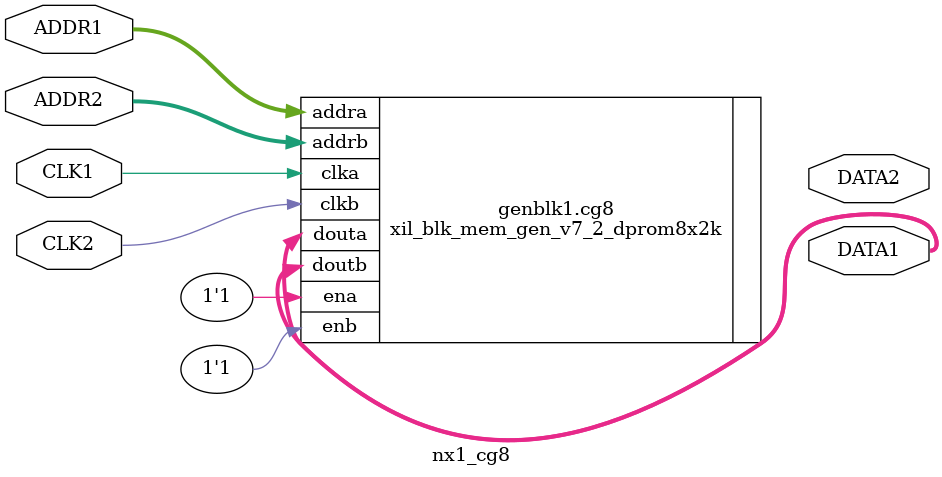
<source format=v>

/****************************************************************************
  CG ROM from X Millennium
  http://www.turboz.to/
***************************************************************************/

module nx1_cg8 #(
	parameter	def_DEVICE=0	// 0=xilinx , 1=altera
) (
	input			CLK1,
	input	[10:0]	ADDR1,
	output	[7:0]	DATA1,
	input			CLK2,
	input	[10:0]	ADDR2,
	output	[7:0]	DATA2
);

generate
	if (def_DEVICE==0)
begin

xil_blk_mem_gen_v7_2_dprom8x2k cg8(
	.clka(CLK1),
	.ena(1'b1),
	.addra(ADDR1[10:0]),
	.douta(DATA1[7:0]),
	.clkb(CLK2),
	.enb(1'b1),
	.addrb(ADDR2[10:0]),
	.doutb(DATA1[7:0])
);

end
endgenerate

generate
	if (def_DEVICE==1)
begin

alt_altsyncram_c3dprom8x2k cg8(
	.address_a(ADDR1[10:0]),
	.address_b(ADDR2[10:0]),
	.clock_a(CLK1),
	.clock_b(CLK2),
	.q_a(DATA1[7:0]),
	.q_b(DATA2[7:0])
);

end
endgenerate

endmodule


</source>
